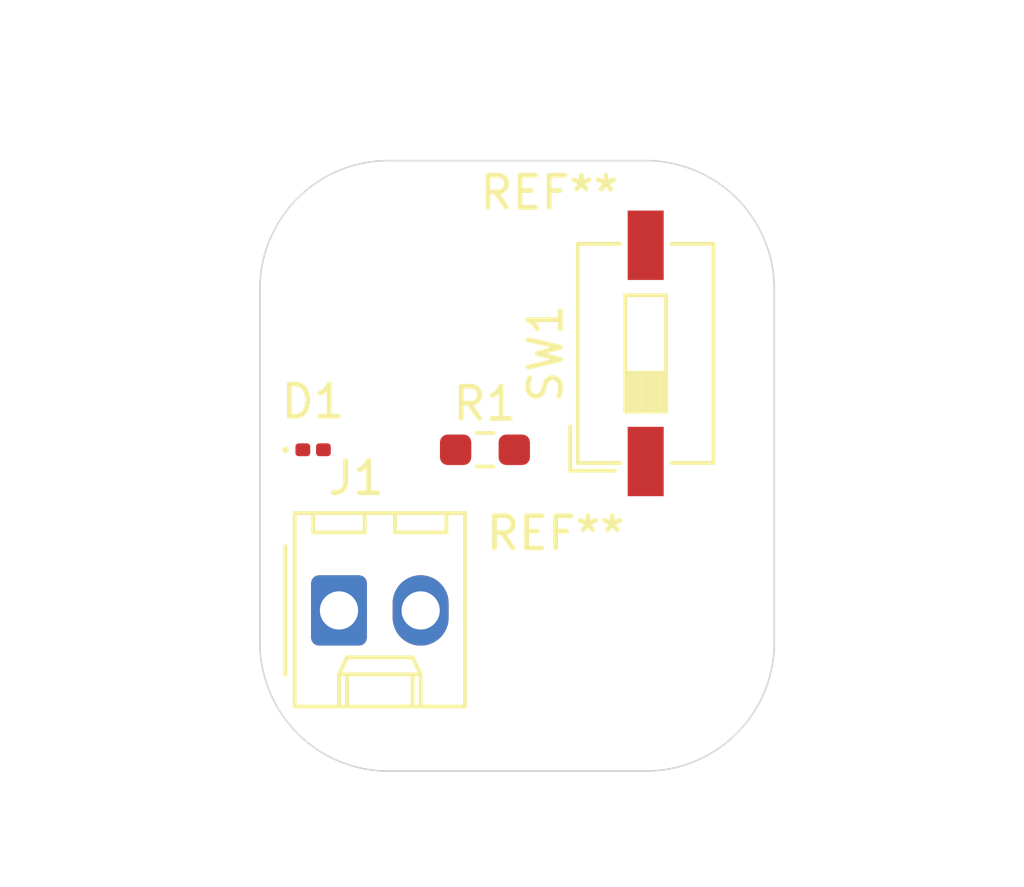
<source format=kicad_pcb>
(kicad_pcb (version 20240108) (generator "pcbnew") (generator_version "8.0")
  (title_block (title "Prog1") (rev "1.0") (company "Illini Solar Car") (comment 1 "Designed by Vikram Iyer"))
  (layers (0 "F.Cu" signal) (31 "B.Cu" signal) (34 "B.Paste" user) (35 "F.Paste" user) (36 "B.SilkS" user "B.Silkscreen") (37 "F.SilkS" user "F.Silkscreen") (38 "B.Mask" user) (39 "F.Mask" user) (44 "Edge.Cuts" user))
  (net 0 "")
  (net 1 "Net-(D1-A)")
  (net 2 "GND")
  (net 3 "+3V3")
  (net 4 "Net-(R1-Pad1)")
  (footprint "Button_Switch_SMD:SW_DIP_SPSTx01_Slide_6.7x4.1mm_W6.73mm_P2.54mm_LowProfile_JPin" (layer "F.Cu") (at 138 90 90)
    (property "Reference" "SW1" (at 0 -3.11 90) (layer "F.SilkS"))
    (property "Value" "SW_Push")
    (fp_line (start -3.65 -2.35) (end -2.267 -2.35) (stroke (width 0.12)) (layer "F.SilkS"))
    (fp_line (start -3.65 -2.35) (end -3.65 -0.967) (stroke (width 0.12)) (layer "F.SilkS"))
    (fp_line (start 3.41 -2.11) (end 3.41 -0.8) (stroke (width 0.12)) (layer "F.SilkS"))
    (fp_line (start -3.41 -2.11) (end 3.41 -2.11) (stroke (width 0.12)) (layer "F.SilkS"))
    (fp_line (start -3.41 -2.11) (end -3.41 -0.8) (stroke (width 0.12)) (layer "F.SilkS"))
    (fp_line (start 1.81 -0.635) (end -1.81 -0.635) (stroke (width 0.12)) (layer "F.SilkS"))
    (fp_line (start -0.603333 -0.635) (end -0.603333 0.635) (stroke (width 0.12)) (layer "F.SilkS"))
    (fp_line (start -1.81 -0.635) (end -1.81 0.635) (stroke (width 0.12)) (layer "F.SilkS"))
    (fp_line (start -1.81 -0.515) (end -0.603333 -0.515) (stroke (width 0.12)) (layer "F.SilkS"))
    (fp_line (start -1.81 -0.395) (end -0.603333 -0.395) (stroke (width 0.12)) (layer "F.SilkS"))
    (fp_line (start -1.81 -0.275) (end -0.603333 -0.275) (stroke (width 0.12)) (layer "F.SilkS"))
    (fp_line (start -1.81 -0.155) (end -0.603333 -0.155) (stroke (width 0.12)) (layer "F.SilkS"))
    (fp_line (start -1.81 -0.035) (end -0.603333 -0.035) (stroke (width 0.12)) (layer "F.SilkS"))
    (fp_line (start -1.81 0.085) (end -0.603333 0.085) (stroke (width 0.12)) (layer "F.SilkS"))
    (fp_line (start -1.81 0.205) (end -0.603333 0.205) (stroke (width 0.12)) (layer "F.SilkS"))
    (fp_line (start -1.81 0.325) (end -0.603333 0.325) (stroke (width 0.12)) (layer "F.SilkS"))
    (fp_line (start -1.81 0.445) (end -0.603333 0.445) (stroke (width 0.12)) (layer "F.SilkS"))
    (fp_line (start -1.81 0.565) (end -0.603333 0.565) (stroke (width 0.12)) (layer "F.SilkS"))
    (fp_line (start 1.81 0.635) (end 1.81 -0.635) (stroke (width 0.12)) (layer "F.SilkS"))
    (fp_line (start -1.81 0.635) (end 1.81 0.635) (stroke (width 0.12)) (layer "F.SilkS"))
    (fp_line (start 3.41 0.8) (end 3.41 2.11) (stroke (width 0.12)) (layer "F.SilkS"))
    (fp_line (start -3.41 0.8) (end -3.41 2.11) (stroke (width 0.12)) (layer "F.SilkS"))
    (fp_line (start -3.41 2.11) (end 3.41 2.11) (stroke (width 0.12)) (layer "F.SilkS"))
    (pad "1" smd rect (at -3.365 0 90) (size 2.16 1.12) (layers "F.Cu" "F.Paste" "F.Mask") (net 3 "+3V3"))
    (pad "2" smd rect (at 3.365 0 90) (size 2.16 1.12) (layers "F.Cu" "F.Paste" "F.Mask") (net 4 "Net-(R1-Pad1)"))
  )
  (footprint "LED_SMD:LED_0201_0603Metric" (layer "F.Cu") (at 127.655 93)
    (property "Reference" "D1" (at 0 -1.5 0) (layer "F.SilkS"))
    (property "Value" "LED_RED")
    (fp_circle (center -0.86 0) (end -0.81 0) (stroke (width 0.1)) (fill none) (layer "F.SilkS"))
    (pad "1" smd roundrect (at -0.32 0) (size 0.46 0.4) (layers "F.Cu" "F.Mask") (net 2 "GND"))
    (pad "2" smd roundrect (at 0.32 0) (size 0.46 0.4) (layers "F.Cu" "F.Mask") (net 1 "Net-(D1-A)"))
  )
  (footprint "Resistor_SMD:R_0603_1608Metric_Pad0.98x0.95mm_HandSolder" (layer "F.Cu") (at 133 93)
    (property "Reference" "R1" (at 0 -1.43 0) (layer "F.SilkS"))
    (property "Value" "105")
    (fp_line (start -0.254724 -0.5225) (end 0.254724 -0.5225) (stroke (width 0.12)) (layer "F.SilkS"))
    (fp_line (start -0.254724 0.5225) (end 0.254724 0.5225) (stroke (width 0.12)) (layer "F.SilkS"))
    (pad "1" smd roundrect (at -0.9125 0) (size 0.975 0.95) (layers "F.Cu" "F.Paste" "F.Mask") (net 4 "Net-(R1-Pad1)"))
    (pad "2" smd roundrect (at 0.9125 0) (size 0.975 0.95) (layers "F.Cu" "F.Paste" "F.Mask") (net 1 "Net-(D1-A)"))
  )
  (footprint "MountingHole:MountingHole_3.2mm_M3" (layer "F.Cu") (at 138 99)
    (property "Reference" "REF**" (at -2.8 -3.4 0) (layer "F.SilkS"))
    (property "Value" "MountingHole_3.2mm_M3")
    (pad "" np_thru_hole circle (at 0 0) (size 3.2 3.2) (drill 3.2) (layers "*.Cu" "*.Mask"))
  )
  (footprint "MountingHole:MountingHole_3.2mm_M3" (layer "F.Cu") (at 130 88)
    (property "Reference" "REF**" (at 5 -3 0) (layer "F.SilkS"))
    (property "Value" "MountingHole_3.2mm_M3")
    (pad "" np_thru_hole circle (at 0 0) (size 3.2 3.2) (drill 3.2) (layers "*.Cu" "*.Mask"))
  )
  (footprint "Connector_Molex:Molex_KK-254_AE-6410-02A_1x02_P2.54mm_Vertical" (layer "F.Cu") (at 128.46 98)
    (property "Reference" "J1" (at 0.54 -4.12 0) (layer "F.SilkS"))
    (property "Value" "Conn_01x02")
    (fp_line (start -1.67 -2) (end -1.67 2) (stroke (width 0.12)) (layer "F.SilkS"))
    (fp_line (start -1.38 -3.03) (end -1.38 2.99) (stroke (width 0.12)) (layer "F.SilkS"))
    (fp_line (start -1.38 2.99) (end 3.92 2.99) (stroke (width 0.12)) (layer "F.SilkS"))
    (fp_line (start -0.8 -3.03) (end -0.8 -2.43) (stroke (width 0.12)) (layer "F.SilkS"))
    (fp_line (start -0.8 -2.43) (end 0.8 -2.43) (stroke (width 0.12)) (layer "F.SilkS"))
    (fp_line (start 0 1.99) (end 0.25 1.46) (stroke (width 0.12)) (layer "F.SilkS"))
    (fp_line (start 0 1.99) (end 2.54 1.99) (stroke (width 0.12)) (layer "F.SilkS"))
    (fp_line (start 0 2.99) (end 0 1.99) (stroke (width 0.12)) (layer "F.SilkS"))
    (fp_line (start 0.25 1.46) (end 2.29 1.46) (stroke (width 0.12)) (layer "F.SilkS"))
    (fp_line (start 0.25 2.99) (end 0.25 1.99) (stroke (width 0.12)) (layer "F.SilkS"))
    (fp_line (start 0.8 -2.43) (end 0.8 -3.03) (stroke (width 0.12)) (layer "F.SilkS"))
    (fp_line (start 1.74 -3.03) (end 1.74 -2.43) (stroke (width 0.12)) (layer "F.SilkS"))
    (fp_line (start 1.74 -2.43) (end 3.34 -2.43) (stroke (width 0.12)) (layer "F.SilkS"))
    (fp_line (start 2.29 1.46) (end 2.54 1.99) (stroke (width 0.12)) (layer "F.SilkS"))
    (fp_line (start 2.29 2.99) (end 2.29 1.99) (stroke (width 0.12)) (layer "F.SilkS"))
    (fp_line (start 2.54 1.99) (end 2.54 2.99) (stroke (width 0.12)) (layer "F.SilkS"))
    (fp_line (start 3.34 -2.43) (end 3.34 -3.03) (stroke (width 0.12)) (layer "F.SilkS"))
    (fp_line (start 3.92 -3.03) (end -1.38 -3.03) (stroke (width 0.12)) (layer "F.SilkS"))
    (fp_line (start 3.92 2.99) (end 3.92 -3.03) (stroke (width 0.12)) (layer "F.SilkS"))
    (pad "1" thru_hole roundrect (at 0 0) (size 1.74 2.19) (drill 1.19) (layers "*.Cu" "*.Mask") (roundrect_rratio 0.143678) (net 2 "GND"))
    (pad "2" thru_hole oval (at 2.54 0) (size 1.74 2.19) (drill 1.19) (layers "*.Cu" "*.Mask") (net 3 "+3V3"))
  )
  (gr_line (start 138 103) (end 130 103) (stroke (width 0.05)) (layer "Edge.Cuts"))
  (gr_line (start 130 84) (end 138 84) (stroke (width 0.05)) (layer "Edge.Cuts"))
  (gr_arc (start 142 99) (mid 140.828427 101.828427) (end 138 103) (stroke (width 0.05)) (layer "Edge.Cuts"))
  (gr_line (start 142 88) (end 142 99) (stroke (width 0.05)) (layer "Edge.Cuts"))
  (gr_arc (start 138 84) (mid 140.828427 85.171573) (end 142 88) (stroke (width 0.05)) (layer "Edge.Cuts"))
  (gr_arc (start 130 103) (mid 127.171573 101.828427) (end 126 99) (stroke (width 0.05)) (layer "Edge.Cuts"))
  (gr_arc (start 126 88) (mid 127.171573 85.171573) (end 130 84) (stroke (width 0.05)) (layer "Edge.Cuts"))
  (gr_line (start 126 99) (end 126 88) (stroke (width 0.05)) (layer "Edge.Cuts"))
)
</source>
